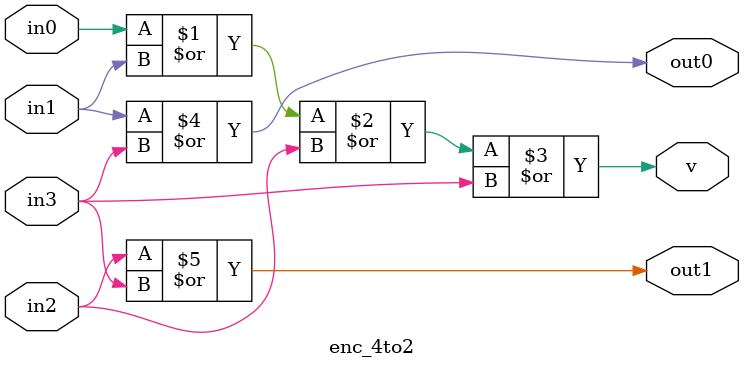
<source format=v>
module enc_4to2 (input in0,in1,in2,in3,
		output out0,out1,v);

assign v = in0|in1|in2|in3;
assign out0 = in1|in3;
assign out1 = in2|in3;

endmodule

</source>
